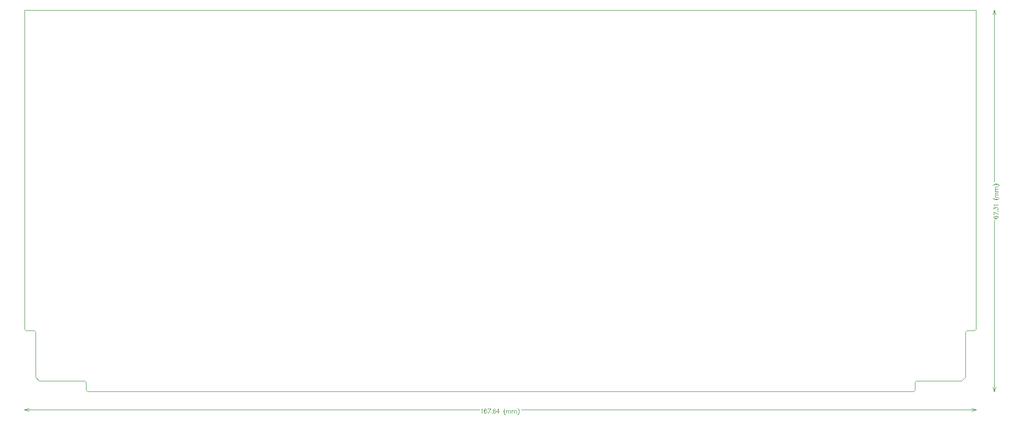
<source format=gm1>
%FSLAX24Y24*%
%MOIN*%
G70*
G01*
G75*
G04 Layer_Color=16711935*
%ADD10C,0.0100*%
%ADD11C,0.0150*%
%ADD12R,0.0650X0.0098*%
%ADD13R,0.0098X0.0650*%
G04:AMPARAMS|DCode=14|XSize=39.4mil|YSize=98.4mil|CornerRadius=0mil|HoleSize=0mil|Usage=FLASHONLY|Rotation=225.000|XOffset=0mil|YOffset=0mil|HoleType=Round|Shape=Rectangle|*
%AMROTATEDRECTD14*
4,1,4,-0.0209,0.0487,0.0487,-0.0209,0.0209,-0.0487,-0.0487,0.0209,-0.0209,0.0487,0.0*
%
%ADD14ROTATEDRECTD14*%

G04:AMPARAMS|DCode=15|XSize=39.4mil|YSize=98.4mil|CornerRadius=0mil|HoleSize=0mil|Usage=FLASHONLY|Rotation=135.000|XOffset=0mil|YOffset=0mil|HoleType=Round|Shape=Rectangle|*
%AMROTATEDRECTD15*
4,1,4,0.0487,0.0209,-0.0209,-0.0487,-0.0487,-0.0209,0.0209,0.0487,0.0487,0.0209,0.0*
%
%ADD15ROTATEDRECTD15*%

%ADD16R,0.0300X0.0300*%
%ADD17R,0.0600X0.0500*%
%ADD18C,0.1969*%
%ADD19R,0.0300X0.0300*%
%ADD20R,0.0157X0.0532*%
%ADD21R,0.0591X0.0984*%
%ADD22R,0.1000X0.0500*%
%ADD23R,0.0300X0.0394*%
%ADD24R,0.1000X0.1400*%
%ADD25R,0.0360X0.0360*%
%ADD26R,0.0500X0.0360*%
%ADD27R,0.0800X0.0400*%
%ADD28R,0.0900X0.1200*%
%ADD29R,0.0591X0.0394*%
%ADD30R,0.0591X0.0394*%
%ADD31C,0.0394*%
%ADD32C,0.0315*%
%ADD33R,0.1500X0.0500*%
%ADD34R,0.0400X0.0400*%
%ADD35R,0.0360X0.0500*%
%ADD36R,0.0360X0.0360*%
%ADD37R,0.0400X0.0400*%
%ADD38R,0.0394X0.0630*%
%ADD39R,0.0472X0.0591*%
%ADD40R,0.0600X0.0200*%
%ADD41R,0.0500X0.0600*%
%ADD42C,0.0050*%
%ADD43C,0.0080*%
%ADD44C,0.0120*%
%ADD45C,0.0200*%
%ADD46C,0.0300*%
%ADD47C,0.0600*%
%ADD48C,0.1260*%
%ADD49C,0.0620*%
%ADD50C,0.0394*%
%ADD51C,0.0500*%
%ADD52O,0.0500X0.1969*%
%ADD53C,0.1200*%
%ADD54C,0.1000*%
%ADD55C,0.1250*%
%ADD56C,0.0200*%
%ADD57C,0.0250*%
%ADD58C,0.0060*%
%ADD59C,0.0040*%
%ADD60C,0.0010*%
%ADD61C,0.0070*%
%ADD62R,0.0050X0.0700*%
%ADD63R,0.1487X0.0100*%
%ADD64R,0.0891X0.0694*%
%ADD65R,0.0891X0.0694*%
%ADD66R,0.0730X0.0178*%
%ADD67R,0.0178X0.0730*%
G04:AMPARAMS|DCode=68|XSize=47.4mil|YSize=106.4mil|CornerRadius=0mil|HoleSize=0mil|Usage=FLASHONLY|Rotation=225.000|XOffset=0mil|YOffset=0mil|HoleType=Round|Shape=Rectangle|*
%AMROTATEDRECTD68*
4,1,4,-0.0209,0.0544,0.0544,-0.0209,0.0209,-0.0544,-0.0544,0.0209,-0.0209,0.0544,0.0*
%
%ADD68ROTATEDRECTD68*%

G04:AMPARAMS|DCode=69|XSize=47.4mil|YSize=106.4mil|CornerRadius=0mil|HoleSize=0mil|Usage=FLASHONLY|Rotation=135.000|XOffset=0mil|YOffset=0mil|HoleType=Round|Shape=Rectangle|*
%AMROTATEDRECTD69*
4,1,4,0.0544,0.0209,-0.0209,-0.0544,-0.0544,-0.0209,0.0209,0.0544,0.0544,0.0209,0.0*
%
%ADD69ROTATEDRECTD69*%

%ADD70R,0.0380X0.0380*%
%ADD71R,0.0680X0.0580*%
%ADD72C,0.2049*%
%ADD73R,0.0380X0.0380*%
%ADD74R,0.0237X0.0612*%
%ADD75R,0.0671X0.1064*%
%ADD76R,0.1080X0.0580*%
%ADD77R,0.0380X0.0474*%
%ADD78R,0.0528X0.0928*%
%ADD79R,0.0440X0.0440*%
%ADD80R,0.0580X0.0440*%
%ADD81R,0.0880X0.0480*%
%ADD82R,0.0980X0.1280*%
%ADD83C,0.0474*%
%ADD84C,0.0395*%
%ADD85R,0.1264X0.0264*%
%ADD86R,0.0480X0.0480*%
%ADD87R,0.0440X0.0580*%
%ADD88R,0.0440X0.0440*%
%ADD89R,0.0480X0.0480*%
%ADD90R,0.0474X0.0710*%
%ADD91R,0.0552X0.0671*%
%ADD92R,0.0680X0.0280*%
%ADD93R,0.0580X0.0680*%
%ADD94C,0.0680*%
%ADD95C,0.1340*%
%ADD96C,0.0700*%
%ADD97C,0.0474*%
%ADD98C,0.0580*%
%ADD99O,0.0580X0.2049*%
%ADD100C,0.1280*%
%ADD101C,0.1080*%
%ADD102C,0.1330*%
%ADD103C,0.0030*%
D59*
X-61750Y100D02*
X-61650Y0D01*
X-61750Y100D02*
Y650D01*
X-61850Y750D02*
X-61750Y650D01*
X-65000Y750D02*
X-61850D01*
X-65250Y1000D02*
X-65000Y750D01*
X-65250Y1000D02*
Y4150D01*
X-65350Y4250D02*
X-65250Y4150D01*
X-65900Y4250D02*
X-65350D01*
X-66000Y4350D02*
X-65900Y4250D01*
X-4350Y0D02*
X-4250Y100D01*
Y650D01*
X-4150Y750D01*
X-1000D01*
X-750Y1000D01*
Y4150D01*
X-650Y4250D01*
X-100D01*
X0Y4350D01*
X-61650Y0D02*
X-4350D01*
X0Y4350D02*
Y26500D01*
X-44350D02*
X0D01*
X-66000Y4350D02*
Y26500D01*
X-44350D01*
D103*
X1220D02*
X1280D01*
X1220Y0D02*
X1280D01*
X1250Y26500D02*
X1350Y26200D01*
X1150D02*
X1250Y26500D01*
Y0D02*
X1350Y300D01*
X1150D02*
X1250Y0D01*
Y14585D02*
Y26500D01*
Y0D02*
Y11915D01*
X0Y-1280D02*
Y-1220D01*
X-66000Y-1280D02*
Y-1220D01*
X-300Y-1350D02*
X0Y-1250D01*
X-300Y-1150D02*
X0Y-1250D01*
X-66000D02*
X-65700Y-1350D01*
X-66000Y-1250D02*
X-65700Y-1150D01*
X-31540Y-1250D02*
X0D01*
X-66000D02*
X-34460D01*
X1251Y12187D02*
X1223Y12172D01*
X1209Y12130D01*
Y12101D01*
X1223Y12058D01*
X1266Y12030D01*
X1337Y12015D01*
X1409D01*
X1466Y12030D01*
X1494Y12058D01*
X1509Y12101D01*
Y12115D01*
X1494Y12158D01*
X1466Y12187D01*
X1423Y12201D01*
X1409D01*
X1366Y12187D01*
X1337Y12158D01*
X1323Y12115D01*
Y12101D01*
X1337Y12058D01*
X1366Y12030D01*
X1409Y12015D01*
X1209Y12467D02*
X1509Y12324D01*
X1209Y12267D02*
Y12467D01*
X1480Y12548D02*
X1494Y12534D01*
X1509Y12548D01*
X1494Y12562D01*
X1480Y12548D01*
X1209Y12657D02*
Y12814D01*
X1323Y12728D01*
Y12771D01*
X1337Y12799D01*
X1351Y12814D01*
X1394Y12828D01*
X1423D01*
X1466Y12814D01*
X1494Y12785D01*
X1509Y12742D01*
Y12699D01*
X1494Y12657D01*
X1480Y12642D01*
X1451Y12628D01*
X1266Y12895D02*
X1251Y12924D01*
X1209Y12966D01*
X1509D01*
X1151Y13451D02*
X1180Y13422D01*
X1223Y13394D01*
X1280Y13365D01*
X1351Y13351D01*
X1409D01*
X1480Y13365D01*
X1537Y13394D01*
X1580Y13422D01*
X1609Y13451D01*
X1180Y13422D02*
X1237Y13394D01*
X1280Y13379D01*
X1351Y13365D01*
X1409D01*
X1480Y13379D01*
X1523Y13394D01*
X1580Y13422D01*
X1309Y13508D02*
X1509D01*
X1366D02*
X1323Y13551D01*
X1309Y13579D01*
Y13622D01*
X1323Y13651D01*
X1366Y13665D01*
X1509D01*
X1366D02*
X1323Y13708D01*
X1309Y13736D01*
Y13779D01*
X1323Y13808D01*
X1366Y13822D01*
X1509D01*
X1309Y13916D02*
X1509D01*
X1366D02*
X1323Y13959D01*
X1309Y13988D01*
Y14031D01*
X1323Y14059D01*
X1366Y14073D01*
X1509D01*
X1366D02*
X1323Y14116D01*
X1309Y14145D01*
Y14188D01*
X1323Y14216D01*
X1366Y14231D01*
X1509D01*
X1151Y14325D02*
X1180Y14353D01*
X1223Y14382D01*
X1280Y14410D01*
X1351Y14425D01*
X1409D01*
X1480Y14410D01*
X1537Y14382D01*
X1580Y14353D01*
X1609Y14325D01*
X1180Y14353D02*
X1237Y14382D01*
X1280Y14396D01*
X1351Y14410D01*
X1409D01*
X1480Y14396D01*
X1523Y14382D01*
X1580Y14353D01*
X-34360Y-1266D02*
X-34332Y-1251D01*
X-34289Y-1209D01*
Y-1509D01*
X-33969Y-1251D02*
X-33983Y-1223D01*
X-34026Y-1209D01*
X-34055D01*
X-34098Y-1223D01*
X-34126Y-1266D01*
X-34140Y-1337D01*
Y-1409D01*
X-34126Y-1466D01*
X-34098Y-1494D01*
X-34055Y-1509D01*
X-34041D01*
X-33998Y-1494D01*
X-33969Y-1466D01*
X-33955Y-1423D01*
Y-1409D01*
X-33969Y-1366D01*
X-33998Y-1337D01*
X-34041Y-1323D01*
X-34055D01*
X-34098Y-1337D01*
X-34126Y-1366D01*
X-34140Y-1409D01*
X-33689Y-1209D02*
X-33832Y-1509D01*
X-33889Y-1209D02*
X-33689D01*
X-33608Y-1480D02*
X-33622Y-1494D01*
X-33608Y-1509D01*
X-33593Y-1494D01*
X-33608Y-1480D01*
X-33356Y-1251D02*
X-33371Y-1223D01*
X-33413Y-1209D01*
X-33442D01*
X-33485Y-1223D01*
X-33513Y-1266D01*
X-33528Y-1337D01*
Y-1409D01*
X-33513Y-1466D01*
X-33485Y-1494D01*
X-33442Y-1509D01*
X-33428D01*
X-33385Y-1494D01*
X-33356Y-1466D01*
X-33342Y-1423D01*
Y-1409D01*
X-33356Y-1366D01*
X-33385Y-1337D01*
X-33428Y-1323D01*
X-33442D01*
X-33485Y-1337D01*
X-33513Y-1366D01*
X-33528Y-1409D01*
X-33134Y-1209D02*
X-33276Y-1409D01*
X-33062D01*
X-33134Y-1209D02*
Y-1509D01*
X-32674Y-1151D02*
X-32702Y-1180D01*
X-32731Y-1223D01*
X-32759Y-1280D01*
X-32774Y-1351D01*
Y-1409D01*
X-32759Y-1480D01*
X-32731Y-1537D01*
X-32702Y-1580D01*
X-32674Y-1609D01*
X-32702Y-1180D02*
X-32731Y-1237D01*
X-32745Y-1280D01*
X-32759Y-1351D01*
Y-1409D01*
X-32745Y-1480D01*
X-32731Y-1523D01*
X-32702Y-1580D01*
X-32617Y-1309D02*
Y-1509D01*
Y-1366D02*
X-32574Y-1323D01*
X-32545Y-1309D01*
X-32502D01*
X-32474Y-1323D01*
X-32459Y-1366D01*
Y-1509D01*
Y-1366D02*
X-32417Y-1323D01*
X-32388Y-1309D01*
X-32345D01*
X-32317Y-1323D01*
X-32302Y-1366D01*
Y-1509D01*
X-32208Y-1309D02*
Y-1509D01*
Y-1366D02*
X-32165Y-1323D01*
X-32137Y-1309D01*
X-32094D01*
X-32065Y-1323D01*
X-32051Y-1366D01*
Y-1509D01*
Y-1366D02*
X-32008Y-1323D01*
X-31980Y-1309D01*
X-31937D01*
X-31908Y-1323D01*
X-31894Y-1366D01*
Y-1509D01*
X-31800Y-1151D02*
X-31771Y-1180D01*
X-31742Y-1223D01*
X-31714Y-1280D01*
X-31700Y-1351D01*
Y-1409D01*
X-31714Y-1480D01*
X-31742Y-1537D01*
X-31771Y-1580D01*
X-31800Y-1609D01*
X-31771Y-1180D02*
X-31742Y-1237D01*
X-31728Y-1280D01*
X-31714Y-1351D01*
Y-1409D01*
X-31728Y-1480D01*
X-31742Y-1523D01*
X-31771Y-1580D01*
M02*

</source>
